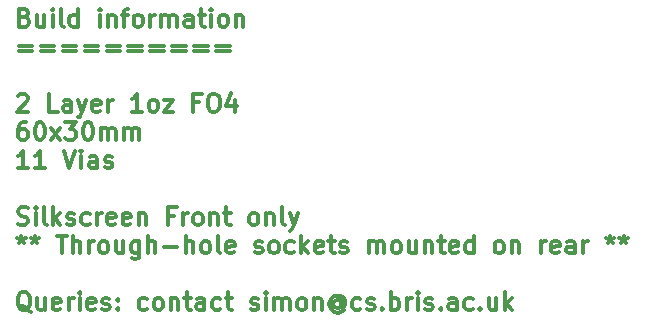
<source format=gbr>
G04 (created by PCBNEW (2013-07-07 BZR 4022)-stable) date 06/11/2013 18:13:25*
%MOIN*%
G04 Gerber Fmt 3.4, Leading zero omitted, Abs format*
%FSLAX34Y34*%
G01*
G70*
G90*
G04 APERTURE LIST*
%ADD10C,0.00590551*%
%ADD11C,0.011811*%
G04 APERTURE END LIST*
G54D10*
G54D11*
X62355Y-34004D02*
X62439Y-34032D01*
X62467Y-34060D01*
X62495Y-34116D01*
X62495Y-34201D01*
X62467Y-34257D01*
X62439Y-34285D01*
X62383Y-34313D01*
X62158Y-34313D01*
X62158Y-33723D01*
X62355Y-33723D01*
X62411Y-33751D01*
X62439Y-33779D01*
X62467Y-33835D01*
X62467Y-33892D01*
X62439Y-33948D01*
X62411Y-33976D01*
X62355Y-34004D01*
X62158Y-34004D01*
X63001Y-33920D02*
X63001Y-34313D01*
X62748Y-33920D02*
X62748Y-34229D01*
X62776Y-34285D01*
X62833Y-34313D01*
X62917Y-34313D01*
X62973Y-34285D01*
X63001Y-34257D01*
X63283Y-34313D02*
X63283Y-33920D01*
X63283Y-33723D02*
X63255Y-33751D01*
X63283Y-33779D01*
X63311Y-33751D01*
X63283Y-33723D01*
X63283Y-33779D01*
X63648Y-34313D02*
X63592Y-34285D01*
X63564Y-34229D01*
X63564Y-33723D01*
X64126Y-34313D02*
X64126Y-33723D01*
X64126Y-34285D02*
X64070Y-34313D01*
X63958Y-34313D01*
X63901Y-34285D01*
X63873Y-34257D01*
X63845Y-34201D01*
X63845Y-34032D01*
X63873Y-33976D01*
X63901Y-33948D01*
X63958Y-33920D01*
X64070Y-33920D01*
X64126Y-33948D01*
X64857Y-34313D02*
X64857Y-33920D01*
X64857Y-33723D02*
X64829Y-33751D01*
X64857Y-33779D01*
X64886Y-33751D01*
X64857Y-33723D01*
X64857Y-33779D01*
X65139Y-33920D02*
X65139Y-34313D01*
X65139Y-33976D02*
X65167Y-33948D01*
X65223Y-33920D01*
X65307Y-33920D01*
X65364Y-33948D01*
X65392Y-34004D01*
X65392Y-34313D01*
X65589Y-33920D02*
X65814Y-33920D01*
X65673Y-34313D02*
X65673Y-33807D01*
X65701Y-33751D01*
X65757Y-33723D01*
X65814Y-33723D01*
X66095Y-34313D02*
X66039Y-34285D01*
X66010Y-34257D01*
X65982Y-34201D01*
X65982Y-34032D01*
X66010Y-33976D01*
X66039Y-33948D01*
X66095Y-33920D01*
X66179Y-33920D01*
X66235Y-33948D01*
X66264Y-33976D01*
X66292Y-34032D01*
X66292Y-34201D01*
X66264Y-34257D01*
X66235Y-34285D01*
X66179Y-34313D01*
X66095Y-34313D01*
X66545Y-34313D02*
X66545Y-33920D01*
X66545Y-34032D02*
X66573Y-33976D01*
X66601Y-33948D01*
X66657Y-33920D01*
X66714Y-33920D01*
X66910Y-34313D02*
X66910Y-33920D01*
X66910Y-33976D02*
X66938Y-33948D01*
X66995Y-33920D01*
X67079Y-33920D01*
X67135Y-33948D01*
X67163Y-34004D01*
X67163Y-34313D01*
X67163Y-34004D02*
X67192Y-33948D01*
X67248Y-33920D01*
X67332Y-33920D01*
X67388Y-33948D01*
X67417Y-34004D01*
X67417Y-34313D01*
X67951Y-34313D02*
X67951Y-34004D01*
X67923Y-33948D01*
X67866Y-33920D01*
X67754Y-33920D01*
X67698Y-33948D01*
X67951Y-34285D02*
X67895Y-34313D01*
X67754Y-34313D01*
X67698Y-34285D01*
X67670Y-34229D01*
X67670Y-34173D01*
X67698Y-34116D01*
X67754Y-34088D01*
X67895Y-34088D01*
X67951Y-34060D01*
X68148Y-33920D02*
X68373Y-33920D01*
X68232Y-33723D02*
X68232Y-34229D01*
X68260Y-34285D01*
X68316Y-34313D01*
X68373Y-34313D01*
X68570Y-34313D02*
X68570Y-33920D01*
X68570Y-33723D02*
X68541Y-33751D01*
X68570Y-33779D01*
X68598Y-33751D01*
X68570Y-33723D01*
X68570Y-33779D01*
X68935Y-34313D02*
X68879Y-34285D01*
X68851Y-34257D01*
X68823Y-34201D01*
X68823Y-34032D01*
X68851Y-33976D01*
X68879Y-33948D01*
X68935Y-33920D01*
X69019Y-33920D01*
X69076Y-33948D01*
X69104Y-33976D01*
X69132Y-34032D01*
X69132Y-34201D01*
X69104Y-34257D01*
X69076Y-34285D01*
X69019Y-34313D01*
X68935Y-34313D01*
X69385Y-33920D02*
X69385Y-34313D01*
X69385Y-33976D02*
X69413Y-33948D01*
X69469Y-33920D01*
X69554Y-33920D01*
X69610Y-33948D01*
X69638Y-34004D01*
X69638Y-34313D01*
X62158Y-34949D02*
X62608Y-34949D01*
X62608Y-35118D02*
X62158Y-35118D01*
X62889Y-34949D02*
X63339Y-34949D01*
X63339Y-35118D02*
X62889Y-35118D01*
X63620Y-34949D02*
X64070Y-34949D01*
X64070Y-35118D02*
X63620Y-35118D01*
X64351Y-34949D02*
X64801Y-34949D01*
X64801Y-35118D02*
X64351Y-35118D01*
X65082Y-34949D02*
X65532Y-34949D01*
X65532Y-35118D02*
X65082Y-35118D01*
X65814Y-34949D02*
X66264Y-34949D01*
X66264Y-35118D02*
X65814Y-35118D01*
X66545Y-34949D02*
X66995Y-34949D01*
X66995Y-35118D02*
X66545Y-35118D01*
X67276Y-34949D02*
X67726Y-34949D01*
X67726Y-35118D02*
X67276Y-35118D01*
X68007Y-34949D02*
X68457Y-34949D01*
X68457Y-35118D02*
X68007Y-35118D01*
X68738Y-34949D02*
X69188Y-34949D01*
X69188Y-35118D02*
X68738Y-35118D01*
X62130Y-36614D02*
X62158Y-36586D01*
X62214Y-36557D01*
X62355Y-36557D01*
X62411Y-36586D01*
X62439Y-36614D01*
X62467Y-36670D01*
X62467Y-36726D01*
X62439Y-36811D01*
X62102Y-37148D01*
X62467Y-37148D01*
X63451Y-37148D02*
X63170Y-37148D01*
X63170Y-36557D01*
X63901Y-37148D02*
X63901Y-36839D01*
X63873Y-36782D01*
X63817Y-36754D01*
X63705Y-36754D01*
X63648Y-36782D01*
X63901Y-37120D02*
X63845Y-37148D01*
X63705Y-37148D01*
X63648Y-37120D01*
X63620Y-37064D01*
X63620Y-37007D01*
X63648Y-36951D01*
X63705Y-36923D01*
X63845Y-36923D01*
X63901Y-36895D01*
X64126Y-36754D02*
X64267Y-37148D01*
X64408Y-36754D02*
X64267Y-37148D01*
X64211Y-37289D01*
X64183Y-37317D01*
X64126Y-37345D01*
X64857Y-37120D02*
X64801Y-37148D01*
X64689Y-37148D01*
X64633Y-37120D01*
X64604Y-37064D01*
X64604Y-36839D01*
X64633Y-36782D01*
X64689Y-36754D01*
X64801Y-36754D01*
X64857Y-36782D01*
X64886Y-36839D01*
X64886Y-36895D01*
X64604Y-36951D01*
X65139Y-37148D02*
X65139Y-36754D01*
X65139Y-36867D02*
X65167Y-36811D01*
X65195Y-36782D01*
X65251Y-36754D01*
X65307Y-36754D01*
X66264Y-37148D02*
X65926Y-37148D01*
X66095Y-37148D02*
X66095Y-36557D01*
X66039Y-36642D01*
X65982Y-36698D01*
X65926Y-36726D01*
X66601Y-37148D02*
X66545Y-37120D01*
X66517Y-37092D01*
X66489Y-37035D01*
X66489Y-36867D01*
X66517Y-36811D01*
X66545Y-36782D01*
X66601Y-36754D01*
X66685Y-36754D01*
X66742Y-36782D01*
X66770Y-36811D01*
X66798Y-36867D01*
X66798Y-37035D01*
X66770Y-37092D01*
X66742Y-37120D01*
X66685Y-37148D01*
X66601Y-37148D01*
X66995Y-36754D02*
X67304Y-36754D01*
X66995Y-37148D01*
X67304Y-37148D01*
X68176Y-36839D02*
X67979Y-36839D01*
X67979Y-37148D02*
X67979Y-36557D01*
X68260Y-36557D01*
X68598Y-36557D02*
X68710Y-36557D01*
X68766Y-36586D01*
X68823Y-36642D01*
X68851Y-36754D01*
X68851Y-36951D01*
X68823Y-37064D01*
X68766Y-37120D01*
X68710Y-37148D01*
X68598Y-37148D01*
X68541Y-37120D01*
X68485Y-37064D01*
X68457Y-36951D01*
X68457Y-36754D01*
X68485Y-36642D01*
X68541Y-36586D01*
X68598Y-36557D01*
X69357Y-36754D02*
X69357Y-37148D01*
X69216Y-36529D02*
X69076Y-36951D01*
X69441Y-36951D01*
X62411Y-37502D02*
X62298Y-37502D01*
X62242Y-37530D01*
X62214Y-37559D01*
X62158Y-37643D01*
X62130Y-37755D01*
X62130Y-37980D01*
X62158Y-38037D01*
X62186Y-38065D01*
X62242Y-38093D01*
X62355Y-38093D01*
X62411Y-38065D01*
X62439Y-38037D01*
X62467Y-37980D01*
X62467Y-37840D01*
X62439Y-37784D01*
X62411Y-37755D01*
X62355Y-37727D01*
X62242Y-37727D01*
X62186Y-37755D01*
X62158Y-37784D01*
X62130Y-37840D01*
X62833Y-37502D02*
X62889Y-37502D01*
X62945Y-37530D01*
X62973Y-37559D01*
X63001Y-37615D01*
X63030Y-37727D01*
X63030Y-37868D01*
X63001Y-37980D01*
X62973Y-38037D01*
X62945Y-38065D01*
X62889Y-38093D01*
X62833Y-38093D01*
X62776Y-38065D01*
X62748Y-38037D01*
X62720Y-37980D01*
X62692Y-37868D01*
X62692Y-37727D01*
X62720Y-37615D01*
X62748Y-37559D01*
X62776Y-37530D01*
X62833Y-37502D01*
X63226Y-38093D02*
X63536Y-37699D01*
X63226Y-37699D02*
X63536Y-38093D01*
X63705Y-37502D02*
X64070Y-37502D01*
X63873Y-37727D01*
X63958Y-37727D01*
X64014Y-37755D01*
X64042Y-37784D01*
X64070Y-37840D01*
X64070Y-37980D01*
X64042Y-38037D01*
X64014Y-38065D01*
X63958Y-38093D01*
X63789Y-38093D01*
X63733Y-38065D01*
X63705Y-38037D01*
X64436Y-37502D02*
X64492Y-37502D01*
X64548Y-37530D01*
X64576Y-37559D01*
X64604Y-37615D01*
X64633Y-37727D01*
X64633Y-37868D01*
X64604Y-37980D01*
X64576Y-38037D01*
X64548Y-38065D01*
X64492Y-38093D01*
X64436Y-38093D01*
X64379Y-38065D01*
X64351Y-38037D01*
X64323Y-37980D01*
X64295Y-37868D01*
X64295Y-37727D01*
X64323Y-37615D01*
X64351Y-37559D01*
X64379Y-37530D01*
X64436Y-37502D01*
X64886Y-38093D02*
X64886Y-37699D01*
X64886Y-37755D02*
X64914Y-37727D01*
X64970Y-37699D01*
X65054Y-37699D01*
X65111Y-37727D01*
X65139Y-37784D01*
X65139Y-38093D01*
X65139Y-37784D02*
X65167Y-37727D01*
X65223Y-37699D01*
X65307Y-37699D01*
X65364Y-37727D01*
X65392Y-37784D01*
X65392Y-38093D01*
X65673Y-38093D02*
X65673Y-37699D01*
X65673Y-37755D02*
X65701Y-37727D01*
X65757Y-37699D01*
X65842Y-37699D01*
X65898Y-37727D01*
X65926Y-37784D01*
X65926Y-38093D01*
X65926Y-37784D02*
X65954Y-37727D01*
X66010Y-37699D01*
X66095Y-37699D01*
X66151Y-37727D01*
X66179Y-37784D01*
X66179Y-38093D01*
X62467Y-39038D02*
X62130Y-39038D01*
X62298Y-39038D02*
X62298Y-38447D01*
X62242Y-38532D01*
X62186Y-38588D01*
X62130Y-38616D01*
X63030Y-39038D02*
X62692Y-39038D01*
X62861Y-39038D02*
X62861Y-38447D01*
X62805Y-38532D01*
X62748Y-38588D01*
X62692Y-38616D01*
X63648Y-38447D02*
X63845Y-39038D01*
X64042Y-38447D01*
X64239Y-39038D02*
X64239Y-38644D01*
X64239Y-38447D02*
X64211Y-38475D01*
X64239Y-38503D01*
X64267Y-38475D01*
X64239Y-38447D01*
X64239Y-38503D01*
X64773Y-39038D02*
X64773Y-38728D01*
X64745Y-38672D01*
X64689Y-38644D01*
X64576Y-38644D01*
X64520Y-38672D01*
X64773Y-39010D02*
X64717Y-39038D01*
X64576Y-39038D01*
X64520Y-39010D01*
X64492Y-38953D01*
X64492Y-38897D01*
X64520Y-38841D01*
X64576Y-38813D01*
X64717Y-38813D01*
X64773Y-38785D01*
X65026Y-39010D02*
X65082Y-39038D01*
X65195Y-39038D01*
X65251Y-39010D01*
X65279Y-38953D01*
X65279Y-38925D01*
X65251Y-38869D01*
X65195Y-38841D01*
X65111Y-38841D01*
X65054Y-38813D01*
X65026Y-38757D01*
X65026Y-38728D01*
X65054Y-38672D01*
X65111Y-38644D01*
X65195Y-38644D01*
X65251Y-38672D01*
X62130Y-40899D02*
X62214Y-40928D01*
X62355Y-40928D01*
X62411Y-40899D01*
X62439Y-40871D01*
X62467Y-40815D01*
X62467Y-40759D01*
X62439Y-40703D01*
X62411Y-40674D01*
X62355Y-40646D01*
X62242Y-40618D01*
X62186Y-40590D01*
X62158Y-40562D01*
X62130Y-40506D01*
X62130Y-40449D01*
X62158Y-40393D01*
X62186Y-40365D01*
X62242Y-40337D01*
X62383Y-40337D01*
X62467Y-40365D01*
X62720Y-40928D02*
X62720Y-40534D01*
X62720Y-40337D02*
X62692Y-40365D01*
X62720Y-40393D01*
X62748Y-40365D01*
X62720Y-40337D01*
X62720Y-40393D01*
X63086Y-40928D02*
X63030Y-40899D01*
X63001Y-40843D01*
X63001Y-40337D01*
X63311Y-40928D02*
X63311Y-40337D01*
X63367Y-40703D02*
X63536Y-40928D01*
X63536Y-40534D02*
X63311Y-40759D01*
X63761Y-40899D02*
X63817Y-40928D01*
X63929Y-40928D01*
X63986Y-40899D01*
X64014Y-40843D01*
X64014Y-40815D01*
X63986Y-40759D01*
X63929Y-40731D01*
X63845Y-40731D01*
X63789Y-40703D01*
X63761Y-40646D01*
X63761Y-40618D01*
X63789Y-40562D01*
X63845Y-40534D01*
X63929Y-40534D01*
X63986Y-40562D01*
X64520Y-40899D02*
X64464Y-40928D01*
X64351Y-40928D01*
X64295Y-40899D01*
X64267Y-40871D01*
X64239Y-40815D01*
X64239Y-40646D01*
X64267Y-40590D01*
X64295Y-40562D01*
X64351Y-40534D01*
X64464Y-40534D01*
X64520Y-40562D01*
X64773Y-40928D02*
X64773Y-40534D01*
X64773Y-40646D02*
X64801Y-40590D01*
X64829Y-40562D01*
X64886Y-40534D01*
X64942Y-40534D01*
X65364Y-40899D02*
X65307Y-40928D01*
X65195Y-40928D01*
X65139Y-40899D01*
X65111Y-40843D01*
X65111Y-40618D01*
X65139Y-40562D01*
X65195Y-40534D01*
X65307Y-40534D01*
X65364Y-40562D01*
X65392Y-40618D01*
X65392Y-40674D01*
X65111Y-40731D01*
X65870Y-40899D02*
X65814Y-40928D01*
X65701Y-40928D01*
X65645Y-40899D01*
X65617Y-40843D01*
X65617Y-40618D01*
X65645Y-40562D01*
X65701Y-40534D01*
X65814Y-40534D01*
X65870Y-40562D01*
X65898Y-40618D01*
X65898Y-40674D01*
X65617Y-40731D01*
X66151Y-40534D02*
X66151Y-40928D01*
X66151Y-40590D02*
X66179Y-40562D01*
X66235Y-40534D01*
X66320Y-40534D01*
X66376Y-40562D01*
X66404Y-40618D01*
X66404Y-40928D01*
X67332Y-40618D02*
X67135Y-40618D01*
X67135Y-40928D02*
X67135Y-40337D01*
X67417Y-40337D01*
X67642Y-40928D02*
X67642Y-40534D01*
X67642Y-40646D02*
X67670Y-40590D01*
X67698Y-40562D01*
X67754Y-40534D01*
X67810Y-40534D01*
X68091Y-40928D02*
X68035Y-40899D01*
X68007Y-40871D01*
X67979Y-40815D01*
X67979Y-40646D01*
X68007Y-40590D01*
X68035Y-40562D01*
X68091Y-40534D01*
X68176Y-40534D01*
X68232Y-40562D01*
X68260Y-40590D01*
X68288Y-40646D01*
X68288Y-40815D01*
X68260Y-40871D01*
X68232Y-40899D01*
X68176Y-40928D01*
X68091Y-40928D01*
X68541Y-40534D02*
X68541Y-40928D01*
X68541Y-40590D02*
X68570Y-40562D01*
X68626Y-40534D01*
X68710Y-40534D01*
X68766Y-40562D01*
X68794Y-40618D01*
X68794Y-40928D01*
X68991Y-40534D02*
X69216Y-40534D01*
X69076Y-40337D02*
X69076Y-40843D01*
X69104Y-40899D01*
X69160Y-40928D01*
X69216Y-40928D01*
X69947Y-40928D02*
X69891Y-40899D01*
X69863Y-40871D01*
X69835Y-40815D01*
X69835Y-40646D01*
X69863Y-40590D01*
X69891Y-40562D01*
X69947Y-40534D01*
X70032Y-40534D01*
X70088Y-40562D01*
X70116Y-40590D01*
X70144Y-40646D01*
X70144Y-40815D01*
X70116Y-40871D01*
X70088Y-40899D01*
X70032Y-40928D01*
X69947Y-40928D01*
X70397Y-40534D02*
X70397Y-40928D01*
X70397Y-40590D02*
X70426Y-40562D01*
X70482Y-40534D01*
X70566Y-40534D01*
X70622Y-40562D01*
X70651Y-40618D01*
X70651Y-40928D01*
X71016Y-40928D02*
X70960Y-40899D01*
X70932Y-40843D01*
X70932Y-40337D01*
X71185Y-40534D02*
X71325Y-40928D01*
X71466Y-40534D02*
X71325Y-40928D01*
X71269Y-41068D01*
X71241Y-41096D01*
X71185Y-41124D01*
X62242Y-41282D02*
X62242Y-41422D01*
X62102Y-41366D02*
X62242Y-41422D01*
X62383Y-41366D01*
X62158Y-41535D02*
X62242Y-41422D01*
X62327Y-41535D01*
X62692Y-41282D02*
X62692Y-41422D01*
X62552Y-41366D02*
X62692Y-41422D01*
X62833Y-41366D01*
X62608Y-41535D02*
X62692Y-41422D01*
X62776Y-41535D01*
X63423Y-41282D02*
X63761Y-41282D01*
X63592Y-41872D02*
X63592Y-41282D01*
X63958Y-41872D02*
X63958Y-41282D01*
X64211Y-41872D02*
X64211Y-41563D01*
X64183Y-41507D01*
X64126Y-41479D01*
X64042Y-41479D01*
X63986Y-41507D01*
X63958Y-41535D01*
X64492Y-41872D02*
X64492Y-41479D01*
X64492Y-41591D02*
X64520Y-41535D01*
X64548Y-41507D01*
X64604Y-41479D01*
X64661Y-41479D01*
X64942Y-41872D02*
X64886Y-41844D01*
X64857Y-41816D01*
X64829Y-41760D01*
X64829Y-41591D01*
X64857Y-41535D01*
X64886Y-41507D01*
X64942Y-41479D01*
X65026Y-41479D01*
X65082Y-41507D01*
X65111Y-41535D01*
X65139Y-41591D01*
X65139Y-41760D01*
X65111Y-41816D01*
X65082Y-41844D01*
X65026Y-41872D01*
X64942Y-41872D01*
X65645Y-41479D02*
X65645Y-41872D01*
X65392Y-41479D02*
X65392Y-41788D01*
X65420Y-41844D01*
X65476Y-41872D01*
X65561Y-41872D01*
X65617Y-41844D01*
X65645Y-41816D01*
X66179Y-41479D02*
X66179Y-41957D01*
X66151Y-42013D01*
X66123Y-42041D01*
X66067Y-42069D01*
X65982Y-42069D01*
X65926Y-42041D01*
X66179Y-41844D02*
X66123Y-41872D01*
X66010Y-41872D01*
X65954Y-41844D01*
X65926Y-41816D01*
X65898Y-41760D01*
X65898Y-41591D01*
X65926Y-41535D01*
X65954Y-41507D01*
X66010Y-41479D01*
X66123Y-41479D01*
X66179Y-41507D01*
X66460Y-41872D02*
X66460Y-41282D01*
X66714Y-41872D02*
X66714Y-41563D01*
X66685Y-41507D01*
X66629Y-41479D01*
X66545Y-41479D01*
X66489Y-41507D01*
X66460Y-41535D01*
X66995Y-41647D02*
X67445Y-41647D01*
X67726Y-41872D02*
X67726Y-41282D01*
X67979Y-41872D02*
X67979Y-41563D01*
X67951Y-41507D01*
X67895Y-41479D01*
X67810Y-41479D01*
X67754Y-41507D01*
X67726Y-41535D01*
X68345Y-41872D02*
X68288Y-41844D01*
X68260Y-41816D01*
X68232Y-41760D01*
X68232Y-41591D01*
X68260Y-41535D01*
X68288Y-41507D01*
X68345Y-41479D01*
X68429Y-41479D01*
X68485Y-41507D01*
X68513Y-41535D01*
X68541Y-41591D01*
X68541Y-41760D01*
X68513Y-41816D01*
X68485Y-41844D01*
X68429Y-41872D01*
X68345Y-41872D01*
X68879Y-41872D02*
X68823Y-41844D01*
X68794Y-41788D01*
X68794Y-41282D01*
X69329Y-41844D02*
X69273Y-41872D01*
X69160Y-41872D01*
X69104Y-41844D01*
X69076Y-41788D01*
X69076Y-41563D01*
X69104Y-41507D01*
X69160Y-41479D01*
X69273Y-41479D01*
X69329Y-41507D01*
X69357Y-41563D01*
X69357Y-41619D01*
X69076Y-41676D01*
X70032Y-41844D02*
X70088Y-41872D01*
X70201Y-41872D01*
X70257Y-41844D01*
X70285Y-41788D01*
X70285Y-41760D01*
X70257Y-41704D01*
X70201Y-41676D01*
X70116Y-41676D01*
X70060Y-41647D01*
X70032Y-41591D01*
X70032Y-41563D01*
X70060Y-41507D01*
X70116Y-41479D01*
X70201Y-41479D01*
X70257Y-41507D01*
X70622Y-41872D02*
X70566Y-41844D01*
X70538Y-41816D01*
X70510Y-41760D01*
X70510Y-41591D01*
X70538Y-41535D01*
X70566Y-41507D01*
X70622Y-41479D01*
X70707Y-41479D01*
X70763Y-41507D01*
X70791Y-41535D01*
X70819Y-41591D01*
X70819Y-41760D01*
X70791Y-41816D01*
X70763Y-41844D01*
X70707Y-41872D01*
X70622Y-41872D01*
X71325Y-41844D02*
X71269Y-41872D01*
X71157Y-41872D01*
X71100Y-41844D01*
X71072Y-41816D01*
X71044Y-41760D01*
X71044Y-41591D01*
X71072Y-41535D01*
X71100Y-41507D01*
X71157Y-41479D01*
X71269Y-41479D01*
X71325Y-41507D01*
X71579Y-41872D02*
X71579Y-41282D01*
X71635Y-41647D02*
X71803Y-41872D01*
X71803Y-41479D02*
X71579Y-41704D01*
X72282Y-41844D02*
X72225Y-41872D01*
X72113Y-41872D01*
X72057Y-41844D01*
X72028Y-41788D01*
X72028Y-41563D01*
X72057Y-41507D01*
X72113Y-41479D01*
X72225Y-41479D01*
X72282Y-41507D01*
X72310Y-41563D01*
X72310Y-41619D01*
X72028Y-41676D01*
X72478Y-41479D02*
X72703Y-41479D01*
X72563Y-41282D02*
X72563Y-41788D01*
X72591Y-41844D01*
X72647Y-41872D01*
X72703Y-41872D01*
X72872Y-41844D02*
X72928Y-41872D01*
X73041Y-41872D01*
X73097Y-41844D01*
X73125Y-41788D01*
X73125Y-41760D01*
X73097Y-41704D01*
X73041Y-41676D01*
X72956Y-41676D01*
X72900Y-41647D01*
X72872Y-41591D01*
X72872Y-41563D01*
X72900Y-41507D01*
X72956Y-41479D01*
X73041Y-41479D01*
X73097Y-41507D01*
X73828Y-41872D02*
X73828Y-41479D01*
X73828Y-41535D02*
X73856Y-41507D01*
X73913Y-41479D01*
X73997Y-41479D01*
X74053Y-41507D01*
X74081Y-41563D01*
X74081Y-41872D01*
X74081Y-41563D02*
X74109Y-41507D01*
X74166Y-41479D01*
X74250Y-41479D01*
X74306Y-41507D01*
X74334Y-41563D01*
X74334Y-41872D01*
X74700Y-41872D02*
X74644Y-41844D01*
X74616Y-41816D01*
X74588Y-41760D01*
X74588Y-41591D01*
X74616Y-41535D01*
X74644Y-41507D01*
X74700Y-41479D01*
X74784Y-41479D01*
X74841Y-41507D01*
X74869Y-41535D01*
X74897Y-41591D01*
X74897Y-41760D01*
X74869Y-41816D01*
X74841Y-41844D01*
X74784Y-41872D01*
X74700Y-41872D01*
X75403Y-41479D02*
X75403Y-41872D01*
X75150Y-41479D02*
X75150Y-41788D01*
X75178Y-41844D01*
X75234Y-41872D01*
X75319Y-41872D01*
X75375Y-41844D01*
X75403Y-41816D01*
X75684Y-41479D02*
X75684Y-41872D01*
X75684Y-41535D02*
X75712Y-41507D01*
X75769Y-41479D01*
X75853Y-41479D01*
X75909Y-41507D01*
X75937Y-41563D01*
X75937Y-41872D01*
X76134Y-41479D02*
X76359Y-41479D01*
X76219Y-41282D02*
X76219Y-41788D01*
X76247Y-41844D01*
X76303Y-41872D01*
X76359Y-41872D01*
X76781Y-41844D02*
X76725Y-41872D01*
X76612Y-41872D01*
X76556Y-41844D01*
X76528Y-41788D01*
X76528Y-41563D01*
X76556Y-41507D01*
X76612Y-41479D01*
X76725Y-41479D01*
X76781Y-41507D01*
X76809Y-41563D01*
X76809Y-41619D01*
X76528Y-41676D01*
X77315Y-41872D02*
X77315Y-41282D01*
X77315Y-41844D02*
X77259Y-41872D01*
X77147Y-41872D01*
X77090Y-41844D01*
X77062Y-41816D01*
X77034Y-41760D01*
X77034Y-41591D01*
X77062Y-41535D01*
X77090Y-41507D01*
X77147Y-41479D01*
X77259Y-41479D01*
X77315Y-41507D01*
X78131Y-41872D02*
X78075Y-41844D01*
X78046Y-41816D01*
X78018Y-41760D01*
X78018Y-41591D01*
X78046Y-41535D01*
X78075Y-41507D01*
X78131Y-41479D01*
X78215Y-41479D01*
X78271Y-41507D01*
X78300Y-41535D01*
X78328Y-41591D01*
X78328Y-41760D01*
X78300Y-41816D01*
X78271Y-41844D01*
X78215Y-41872D01*
X78131Y-41872D01*
X78581Y-41479D02*
X78581Y-41872D01*
X78581Y-41535D02*
X78609Y-41507D01*
X78665Y-41479D01*
X78750Y-41479D01*
X78806Y-41507D01*
X78834Y-41563D01*
X78834Y-41872D01*
X79565Y-41872D02*
X79565Y-41479D01*
X79565Y-41591D02*
X79593Y-41535D01*
X79621Y-41507D01*
X79678Y-41479D01*
X79734Y-41479D01*
X80156Y-41844D02*
X80099Y-41872D01*
X79987Y-41872D01*
X79931Y-41844D01*
X79902Y-41788D01*
X79902Y-41563D01*
X79931Y-41507D01*
X79987Y-41479D01*
X80099Y-41479D01*
X80156Y-41507D01*
X80184Y-41563D01*
X80184Y-41619D01*
X79902Y-41676D01*
X80690Y-41872D02*
X80690Y-41563D01*
X80662Y-41507D01*
X80606Y-41479D01*
X80493Y-41479D01*
X80437Y-41507D01*
X80690Y-41844D02*
X80634Y-41872D01*
X80493Y-41872D01*
X80437Y-41844D01*
X80409Y-41788D01*
X80409Y-41732D01*
X80437Y-41676D01*
X80493Y-41647D01*
X80634Y-41647D01*
X80690Y-41619D01*
X80971Y-41872D02*
X80971Y-41479D01*
X80971Y-41591D02*
X80999Y-41535D01*
X81027Y-41507D01*
X81084Y-41479D01*
X81140Y-41479D01*
X81871Y-41282D02*
X81871Y-41422D01*
X81730Y-41366D02*
X81871Y-41422D01*
X82012Y-41366D01*
X81787Y-41535D02*
X81871Y-41422D01*
X81955Y-41535D01*
X82321Y-41282D02*
X82321Y-41422D01*
X82180Y-41366D02*
X82321Y-41422D01*
X82462Y-41366D01*
X82237Y-41535D02*
X82321Y-41422D01*
X82405Y-41535D01*
X62552Y-43818D02*
X62495Y-43790D01*
X62439Y-43734D01*
X62355Y-43650D01*
X62298Y-43622D01*
X62242Y-43622D01*
X62270Y-43762D02*
X62214Y-43734D01*
X62158Y-43678D01*
X62130Y-43565D01*
X62130Y-43368D01*
X62158Y-43256D01*
X62214Y-43200D01*
X62270Y-43172D01*
X62383Y-43172D01*
X62439Y-43200D01*
X62495Y-43256D01*
X62523Y-43368D01*
X62523Y-43565D01*
X62495Y-43678D01*
X62439Y-43734D01*
X62383Y-43762D01*
X62270Y-43762D01*
X63030Y-43368D02*
X63030Y-43762D01*
X62776Y-43368D02*
X62776Y-43678D01*
X62805Y-43734D01*
X62861Y-43762D01*
X62945Y-43762D01*
X63001Y-43734D01*
X63030Y-43706D01*
X63536Y-43734D02*
X63480Y-43762D01*
X63367Y-43762D01*
X63311Y-43734D01*
X63283Y-43678D01*
X63283Y-43453D01*
X63311Y-43397D01*
X63367Y-43368D01*
X63480Y-43368D01*
X63536Y-43397D01*
X63564Y-43453D01*
X63564Y-43509D01*
X63283Y-43565D01*
X63817Y-43762D02*
X63817Y-43368D01*
X63817Y-43481D02*
X63845Y-43425D01*
X63873Y-43397D01*
X63929Y-43368D01*
X63986Y-43368D01*
X64183Y-43762D02*
X64183Y-43368D01*
X64183Y-43172D02*
X64154Y-43200D01*
X64183Y-43228D01*
X64211Y-43200D01*
X64183Y-43172D01*
X64183Y-43228D01*
X64689Y-43734D02*
X64633Y-43762D01*
X64520Y-43762D01*
X64464Y-43734D01*
X64436Y-43678D01*
X64436Y-43453D01*
X64464Y-43397D01*
X64520Y-43368D01*
X64633Y-43368D01*
X64689Y-43397D01*
X64717Y-43453D01*
X64717Y-43509D01*
X64436Y-43565D01*
X64942Y-43734D02*
X64998Y-43762D01*
X65111Y-43762D01*
X65167Y-43734D01*
X65195Y-43678D01*
X65195Y-43650D01*
X65167Y-43593D01*
X65111Y-43565D01*
X65026Y-43565D01*
X64970Y-43537D01*
X64942Y-43481D01*
X64942Y-43453D01*
X64970Y-43397D01*
X65026Y-43368D01*
X65111Y-43368D01*
X65167Y-43397D01*
X65448Y-43706D02*
X65476Y-43734D01*
X65448Y-43762D01*
X65420Y-43734D01*
X65448Y-43706D01*
X65448Y-43762D01*
X65448Y-43397D02*
X65476Y-43425D01*
X65448Y-43453D01*
X65420Y-43425D01*
X65448Y-43397D01*
X65448Y-43453D01*
X66432Y-43734D02*
X66376Y-43762D01*
X66264Y-43762D01*
X66207Y-43734D01*
X66179Y-43706D01*
X66151Y-43650D01*
X66151Y-43481D01*
X66179Y-43425D01*
X66207Y-43397D01*
X66264Y-43368D01*
X66376Y-43368D01*
X66432Y-43397D01*
X66770Y-43762D02*
X66714Y-43734D01*
X66685Y-43706D01*
X66657Y-43650D01*
X66657Y-43481D01*
X66685Y-43425D01*
X66714Y-43397D01*
X66770Y-43368D01*
X66854Y-43368D01*
X66910Y-43397D01*
X66938Y-43425D01*
X66967Y-43481D01*
X66967Y-43650D01*
X66938Y-43706D01*
X66910Y-43734D01*
X66854Y-43762D01*
X66770Y-43762D01*
X67220Y-43368D02*
X67220Y-43762D01*
X67220Y-43425D02*
X67248Y-43397D01*
X67304Y-43368D01*
X67388Y-43368D01*
X67445Y-43397D01*
X67473Y-43453D01*
X67473Y-43762D01*
X67670Y-43368D02*
X67895Y-43368D01*
X67754Y-43172D02*
X67754Y-43678D01*
X67782Y-43734D01*
X67838Y-43762D01*
X67895Y-43762D01*
X68345Y-43762D02*
X68345Y-43453D01*
X68316Y-43397D01*
X68260Y-43368D01*
X68148Y-43368D01*
X68091Y-43397D01*
X68345Y-43734D02*
X68288Y-43762D01*
X68148Y-43762D01*
X68091Y-43734D01*
X68063Y-43678D01*
X68063Y-43622D01*
X68091Y-43565D01*
X68148Y-43537D01*
X68288Y-43537D01*
X68345Y-43509D01*
X68879Y-43734D02*
X68823Y-43762D01*
X68710Y-43762D01*
X68654Y-43734D01*
X68626Y-43706D01*
X68598Y-43650D01*
X68598Y-43481D01*
X68626Y-43425D01*
X68654Y-43397D01*
X68710Y-43368D01*
X68823Y-43368D01*
X68879Y-43397D01*
X69048Y-43368D02*
X69273Y-43368D01*
X69132Y-43172D02*
X69132Y-43678D01*
X69160Y-43734D01*
X69216Y-43762D01*
X69273Y-43762D01*
X69891Y-43734D02*
X69947Y-43762D01*
X70060Y-43762D01*
X70116Y-43734D01*
X70144Y-43678D01*
X70144Y-43650D01*
X70116Y-43593D01*
X70060Y-43565D01*
X69976Y-43565D01*
X69919Y-43537D01*
X69891Y-43481D01*
X69891Y-43453D01*
X69919Y-43397D01*
X69976Y-43368D01*
X70060Y-43368D01*
X70116Y-43397D01*
X70397Y-43762D02*
X70397Y-43368D01*
X70397Y-43172D02*
X70369Y-43200D01*
X70397Y-43228D01*
X70426Y-43200D01*
X70397Y-43172D01*
X70397Y-43228D01*
X70679Y-43762D02*
X70679Y-43368D01*
X70679Y-43425D02*
X70707Y-43397D01*
X70763Y-43368D01*
X70847Y-43368D01*
X70904Y-43397D01*
X70932Y-43453D01*
X70932Y-43762D01*
X70932Y-43453D02*
X70960Y-43397D01*
X71016Y-43368D01*
X71100Y-43368D01*
X71157Y-43397D01*
X71185Y-43453D01*
X71185Y-43762D01*
X71550Y-43762D02*
X71494Y-43734D01*
X71466Y-43706D01*
X71438Y-43650D01*
X71438Y-43481D01*
X71466Y-43425D01*
X71494Y-43397D01*
X71550Y-43368D01*
X71635Y-43368D01*
X71691Y-43397D01*
X71719Y-43425D01*
X71747Y-43481D01*
X71747Y-43650D01*
X71719Y-43706D01*
X71691Y-43734D01*
X71635Y-43762D01*
X71550Y-43762D01*
X72000Y-43368D02*
X72000Y-43762D01*
X72000Y-43425D02*
X72028Y-43397D01*
X72085Y-43368D01*
X72169Y-43368D01*
X72225Y-43397D01*
X72253Y-43453D01*
X72253Y-43762D01*
X72900Y-43481D02*
X72872Y-43453D01*
X72816Y-43425D01*
X72760Y-43425D01*
X72703Y-43453D01*
X72675Y-43481D01*
X72647Y-43537D01*
X72647Y-43593D01*
X72675Y-43650D01*
X72703Y-43678D01*
X72760Y-43706D01*
X72816Y-43706D01*
X72872Y-43678D01*
X72900Y-43650D01*
X72900Y-43425D02*
X72900Y-43650D01*
X72928Y-43678D01*
X72956Y-43678D01*
X73013Y-43650D01*
X73041Y-43593D01*
X73041Y-43453D01*
X72985Y-43368D01*
X72900Y-43312D01*
X72788Y-43284D01*
X72675Y-43312D01*
X72591Y-43368D01*
X72535Y-43453D01*
X72507Y-43565D01*
X72535Y-43678D01*
X72591Y-43762D01*
X72675Y-43818D01*
X72788Y-43847D01*
X72900Y-43818D01*
X72985Y-43762D01*
X73547Y-43734D02*
X73491Y-43762D01*
X73378Y-43762D01*
X73322Y-43734D01*
X73294Y-43706D01*
X73266Y-43650D01*
X73266Y-43481D01*
X73294Y-43425D01*
X73322Y-43397D01*
X73378Y-43368D01*
X73491Y-43368D01*
X73547Y-43397D01*
X73772Y-43734D02*
X73828Y-43762D01*
X73941Y-43762D01*
X73997Y-43734D01*
X74025Y-43678D01*
X74025Y-43650D01*
X73997Y-43593D01*
X73941Y-43565D01*
X73856Y-43565D01*
X73800Y-43537D01*
X73772Y-43481D01*
X73772Y-43453D01*
X73800Y-43397D01*
X73856Y-43368D01*
X73941Y-43368D01*
X73997Y-43397D01*
X74278Y-43706D02*
X74306Y-43734D01*
X74278Y-43762D01*
X74250Y-43734D01*
X74278Y-43706D01*
X74278Y-43762D01*
X74559Y-43762D02*
X74559Y-43172D01*
X74559Y-43397D02*
X74616Y-43368D01*
X74728Y-43368D01*
X74784Y-43397D01*
X74812Y-43425D01*
X74841Y-43481D01*
X74841Y-43650D01*
X74812Y-43706D01*
X74784Y-43734D01*
X74728Y-43762D01*
X74616Y-43762D01*
X74559Y-43734D01*
X75094Y-43762D02*
X75094Y-43368D01*
X75094Y-43481D02*
X75122Y-43425D01*
X75150Y-43397D01*
X75206Y-43368D01*
X75262Y-43368D01*
X75459Y-43762D02*
X75459Y-43368D01*
X75459Y-43172D02*
X75431Y-43200D01*
X75459Y-43228D01*
X75487Y-43200D01*
X75459Y-43172D01*
X75459Y-43228D01*
X75712Y-43734D02*
X75769Y-43762D01*
X75881Y-43762D01*
X75937Y-43734D01*
X75965Y-43678D01*
X75965Y-43650D01*
X75937Y-43593D01*
X75881Y-43565D01*
X75797Y-43565D01*
X75741Y-43537D01*
X75712Y-43481D01*
X75712Y-43453D01*
X75741Y-43397D01*
X75797Y-43368D01*
X75881Y-43368D01*
X75937Y-43397D01*
X76219Y-43706D02*
X76247Y-43734D01*
X76219Y-43762D01*
X76190Y-43734D01*
X76219Y-43706D01*
X76219Y-43762D01*
X76753Y-43762D02*
X76753Y-43453D01*
X76725Y-43397D01*
X76669Y-43368D01*
X76556Y-43368D01*
X76500Y-43397D01*
X76753Y-43734D02*
X76697Y-43762D01*
X76556Y-43762D01*
X76500Y-43734D01*
X76472Y-43678D01*
X76472Y-43622D01*
X76500Y-43565D01*
X76556Y-43537D01*
X76697Y-43537D01*
X76753Y-43509D01*
X77287Y-43734D02*
X77231Y-43762D01*
X77118Y-43762D01*
X77062Y-43734D01*
X77034Y-43706D01*
X77006Y-43650D01*
X77006Y-43481D01*
X77034Y-43425D01*
X77062Y-43397D01*
X77118Y-43368D01*
X77231Y-43368D01*
X77287Y-43397D01*
X77540Y-43706D02*
X77568Y-43734D01*
X77540Y-43762D01*
X77512Y-43734D01*
X77540Y-43706D01*
X77540Y-43762D01*
X78075Y-43368D02*
X78075Y-43762D01*
X77821Y-43368D02*
X77821Y-43678D01*
X77850Y-43734D01*
X77906Y-43762D01*
X77990Y-43762D01*
X78046Y-43734D01*
X78075Y-43706D01*
X78356Y-43762D02*
X78356Y-43172D01*
X78412Y-43537D02*
X78581Y-43762D01*
X78581Y-43368D02*
X78356Y-43593D01*
M02*

</source>
